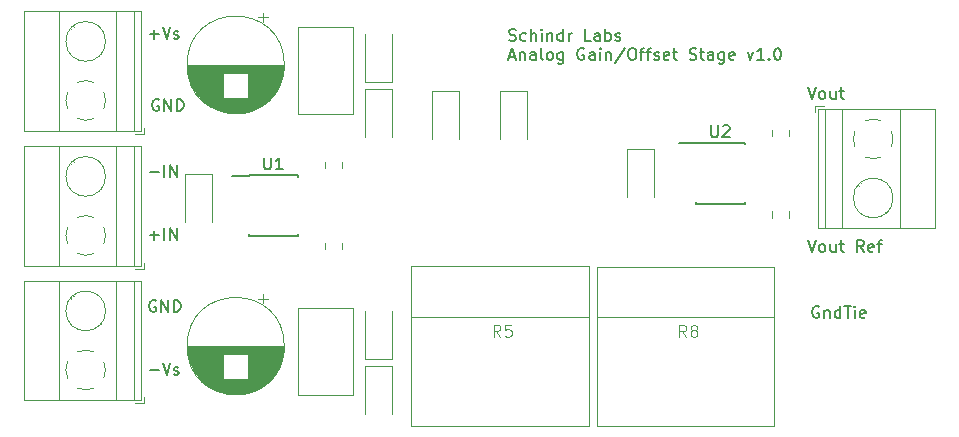
<source format=gbr>
%TF.GenerationSoftware,KiCad,Pcbnew,7.0.7-7.0.7~ubuntu22.04.1*%
%TF.CreationDate,2024-07-19T11:12:27-04:00*%
%TF.ProjectId,adjustable_instamp,61646a75-7374-4616-926c-655f696e7374,rev?*%
%TF.SameCoordinates,Original*%
%TF.FileFunction,Legend,Top*%
%TF.FilePolarity,Positive*%
%FSLAX46Y46*%
G04 Gerber Fmt 4.6, Leading zero omitted, Abs format (unit mm)*
G04 Created by KiCad (PCBNEW 7.0.7-7.0.7~ubuntu22.04.1) date 2024-07-19 11:12:27*
%MOMM*%
%LPD*%
G01*
G04 APERTURE LIST*
%ADD10C,0.150000*%
%ADD11C,0.100000*%
%ADD12C,0.120000*%
G04 APERTURE END LIST*
D10*
X181454588Y-94929438D02*
X181359350Y-94881819D01*
X181359350Y-94881819D02*
X181216493Y-94881819D01*
X181216493Y-94881819D02*
X181073636Y-94929438D01*
X181073636Y-94929438D02*
X180978398Y-95024676D01*
X180978398Y-95024676D02*
X180930779Y-95119914D01*
X180930779Y-95119914D02*
X180883160Y-95310390D01*
X180883160Y-95310390D02*
X180883160Y-95453247D01*
X180883160Y-95453247D02*
X180930779Y-95643723D01*
X180930779Y-95643723D02*
X180978398Y-95738961D01*
X180978398Y-95738961D02*
X181073636Y-95834200D01*
X181073636Y-95834200D02*
X181216493Y-95881819D01*
X181216493Y-95881819D02*
X181311731Y-95881819D01*
X181311731Y-95881819D02*
X181454588Y-95834200D01*
X181454588Y-95834200D02*
X181502207Y-95786580D01*
X181502207Y-95786580D02*
X181502207Y-95453247D01*
X181502207Y-95453247D02*
X181311731Y-95453247D01*
X181930779Y-95215152D02*
X181930779Y-95881819D01*
X181930779Y-95310390D02*
X181978398Y-95262771D01*
X181978398Y-95262771D02*
X182073636Y-95215152D01*
X182073636Y-95215152D02*
X182216493Y-95215152D01*
X182216493Y-95215152D02*
X182311731Y-95262771D01*
X182311731Y-95262771D02*
X182359350Y-95358009D01*
X182359350Y-95358009D02*
X182359350Y-95881819D01*
X183264112Y-95881819D02*
X183264112Y-94881819D01*
X183264112Y-95834200D02*
X183168874Y-95881819D01*
X183168874Y-95881819D02*
X182978398Y-95881819D01*
X182978398Y-95881819D02*
X182883160Y-95834200D01*
X182883160Y-95834200D02*
X182835541Y-95786580D01*
X182835541Y-95786580D02*
X182787922Y-95691342D01*
X182787922Y-95691342D02*
X182787922Y-95405628D01*
X182787922Y-95405628D02*
X182835541Y-95310390D01*
X182835541Y-95310390D02*
X182883160Y-95262771D01*
X182883160Y-95262771D02*
X182978398Y-95215152D01*
X182978398Y-95215152D02*
X183168874Y-95215152D01*
X183168874Y-95215152D02*
X183264112Y-95262771D01*
X183597446Y-94881819D02*
X184168874Y-94881819D01*
X183883160Y-95881819D02*
X183883160Y-94881819D01*
X184502208Y-95881819D02*
X184502208Y-95215152D01*
X184502208Y-94881819D02*
X184454589Y-94929438D01*
X184454589Y-94929438D02*
X184502208Y-94977057D01*
X184502208Y-94977057D02*
X184549827Y-94929438D01*
X184549827Y-94929438D02*
X184502208Y-94881819D01*
X184502208Y-94881819D02*
X184502208Y-94977057D01*
X185359350Y-95834200D02*
X185264112Y-95881819D01*
X185264112Y-95881819D02*
X185073636Y-95881819D01*
X185073636Y-95881819D02*
X184978398Y-95834200D01*
X184978398Y-95834200D02*
X184930779Y-95738961D01*
X184930779Y-95738961D02*
X184930779Y-95358009D01*
X184930779Y-95358009D02*
X184978398Y-95262771D01*
X184978398Y-95262771D02*
X185073636Y-95215152D01*
X185073636Y-95215152D02*
X185264112Y-95215152D01*
X185264112Y-95215152D02*
X185359350Y-95262771D01*
X185359350Y-95262771D02*
X185406969Y-95358009D01*
X185406969Y-95358009D02*
X185406969Y-95453247D01*
X185406969Y-95453247D02*
X184930779Y-95548485D01*
X180533922Y-89293819D02*
X180867255Y-90293819D01*
X180867255Y-90293819D02*
X181200588Y-89293819D01*
X181676779Y-90293819D02*
X181581541Y-90246200D01*
X181581541Y-90246200D02*
X181533922Y-90198580D01*
X181533922Y-90198580D02*
X181486303Y-90103342D01*
X181486303Y-90103342D02*
X181486303Y-89817628D01*
X181486303Y-89817628D02*
X181533922Y-89722390D01*
X181533922Y-89722390D02*
X181581541Y-89674771D01*
X181581541Y-89674771D02*
X181676779Y-89627152D01*
X181676779Y-89627152D02*
X181819636Y-89627152D01*
X181819636Y-89627152D02*
X181914874Y-89674771D01*
X181914874Y-89674771D02*
X181962493Y-89722390D01*
X181962493Y-89722390D02*
X182010112Y-89817628D01*
X182010112Y-89817628D02*
X182010112Y-90103342D01*
X182010112Y-90103342D02*
X181962493Y-90198580D01*
X181962493Y-90198580D02*
X181914874Y-90246200D01*
X181914874Y-90246200D02*
X181819636Y-90293819D01*
X181819636Y-90293819D02*
X181676779Y-90293819D01*
X182867255Y-89627152D02*
X182867255Y-90293819D01*
X182438684Y-89627152D02*
X182438684Y-90150961D01*
X182438684Y-90150961D02*
X182486303Y-90246200D01*
X182486303Y-90246200D02*
X182581541Y-90293819D01*
X182581541Y-90293819D02*
X182724398Y-90293819D01*
X182724398Y-90293819D02*
X182819636Y-90246200D01*
X182819636Y-90246200D02*
X182867255Y-90198580D01*
X183200589Y-89627152D02*
X183581541Y-89627152D01*
X183343446Y-89293819D02*
X183343446Y-90150961D01*
X183343446Y-90150961D02*
X183391065Y-90246200D01*
X183391065Y-90246200D02*
X183486303Y-90293819D01*
X183486303Y-90293819D02*
X183581541Y-90293819D01*
X185248208Y-90293819D02*
X184914875Y-89817628D01*
X184676780Y-90293819D02*
X184676780Y-89293819D01*
X184676780Y-89293819D02*
X185057732Y-89293819D01*
X185057732Y-89293819D02*
X185152970Y-89341438D01*
X185152970Y-89341438D02*
X185200589Y-89389057D01*
X185200589Y-89389057D02*
X185248208Y-89484295D01*
X185248208Y-89484295D02*
X185248208Y-89627152D01*
X185248208Y-89627152D02*
X185200589Y-89722390D01*
X185200589Y-89722390D02*
X185152970Y-89770009D01*
X185152970Y-89770009D02*
X185057732Y-89817628D01*
X185057732Y-89817628D02*
X184676780Y-89817628D01*
X186057732Y-90246200D02*
X185962494Y-90293819D01*
X185962494Y-90293819D02*
X185772018Y-90293819D01*
X185772018Y-90293819D02*
X185676780Y-90246200D01*
X185676780Y-90246200D02*
X185629161Y-90150961D01*
X185629161Y-90150961D02*
X185629161Y-89770009D01*
X185629161Y-89770009D02*
X185676780Y-89674771D01*
X185676780Y-89674771D02*
X185772018Y-89627152D01*
X185772018Y-89627152D02*
X185962494Y-89627152D01*
X185962494Y-89627152D02*
X186057732Y-89674771D01*
X186057732Y-89674771D02*
X186105351Y-89770009D01*
X186105351Y-89770009D02*
X186105351Y-89865247D01*
X186105351Y-89865247D02*
X185629161Y-89960485D01*
X186391066Y-89627152D02*
X186772018Y-89627152D01*
X186533923Y-90293819D02*
X186533923Y-89436676D01*
X186533923Y-89436676D02*
X186581542Y-89341438D01*
X186581542Y-89341438D02*
X186676780Y-89293819D01*
X186676780Y-89293819D02*
X186772018Y-89293819D01*
X180533922Y-76339819D02*
X180867255Y-77339819D01*
X180867255Y-77339819D02*
X181200588Y-76339819D01*
X181676779Y-77339819D02*
X181581541Y-77292200D01*
X181581541Y-77292200D02*
X181533922Y-77244580D01*
X181533922Y-77244580D02*
X181486303Y-77149342D01*
X181486303Y-77149342D02*
X181486303Y-76863628D01*
X181486303Y-76863628D02*
X181533922Y-76768390D01*
X181533922Y-76768390D02*
X181581541Y-76720771D01*
X181581541Y-76720771D02*
X181676779Y-76673152D01*
X181676779Y-76673152D02*
X181819636Y-76673152D01*
X181819636Y-76673152D02*
X181914874Y-76720771D01*
X181914874Y-76720771D02*
X181962493Y-76768390D01*
X181962493Y-76768390D02*
X182010112Y-76863628D01*
X182010112Y-76863628D02*
X182010112Y-77149342D01*
X182010112Y-77149342D02*
X181962493Y-77244580D01*
X181962493Y-77244580D02*
X181914874Y-77292200D01*
X181914874Y-77292200D02*
X181819636Y-77339819D01*
X181819636Y-77339819D02*
X181676779Y-77339819D01*
X182867255Y-76673152D02*
X182867255Y-77339819D01*
X182438684Y-76673152D02*
X182438684Y-77196961D01*
X182438684Y-77196961D02*
X182486303Y-77292200D01*
X182486303Y-77292200D02*
X182581541Y-77339819D01*
X182581541Y-77339819D02*
X182724398Y-77339819D01*
X182724398Y-77339819D02*
X182819636Y-77292200D01*
X182819636Y-77292200D02*
X182867255Y-77244580D01*
X183200589Y-76673152D02*
X183581541Y-76673152D01*
X183343446Y-76339819D02*
X183343446Y-77196961D01*
X183343446Y-77196961D02*
X183391065Y-77292200D01*
X183391065Y-77292200D02*
X183486303Y-77339819D01*
X183486303Y-77339819D02*
X183581541Y-77339819D01*
X155229160Y-72380200D02*
X155372017Y-72427819D01*
X155372017Y-72427819D02*
X155610112Y-72427819D01*
X155610112Y-72427819D02*
X155705350Y-72380200D01*
X155705350Y-72380200D02*
X155752969Y-72332580D01*
X155752969Y-72332580D02*
X155800588Y-72237342D01*
X155800588Y-72237342D02*
X155800588Y-72142104D01*
X155800588Y-72142104D02*
X155752969Y-72046866D01*
X155752969Y-72046866D02*
X155705350Y-71999247D01*
X155705350Y-71999247D02*
X155610112Y-71951628D01*
X155610112Y-71951628D02*
X155419636Y-71904009D01*
X155419636Y-71904009D02*
X155324398Y-71856390D01*
X155324398Y-71856390D02*
X155276779Y-71808771D01*
X155276779Y-71808771D02*
X155229160Y-71713533D01*
X155229160Y-71713533D02*
X155229160Y-71618295D01*
X155229160Y-71618295D02*
X155276779Y-71523057D01*
X155276779Y-71523057D02*
X155324398Y-71475438D01*
X155324398Y-71475438D02*
X155419636Y-71427819D01*
X155419636Y-71427819D02*
X155657731Y-71427819D01*
X155657731Y-71427819D02*
X155800588Y-71475438D01*
X156657731Y-72380200D02*
X156562493Y-72427819D01*
X156562493Y-72427819D02*
X156372017Y-72427819D01*
X156372017Y-72427819D02*
X156276779Y-72380200D01*
X156276779Y-72380200D02*
X156229160Y-72332580D01*
X156229160Y-72332580D02*
X156181541Y-72237342D01*
X156181541Y-72237342D02*
X156181541Y-71951628D01*
X156181541Y-71951628D02*
X156229160Y-71856390D01*
X156229160Y-71856390D02*
X156276779Y-71808771D01*
X156276779Y-71808771D02*
X156372017Y-71761152D01*
X156372017Y-71761152D02*
X156562493Y-71761152D01*
X156562493Y-71761152D02*
X156657731Y-71808771D01*
X157086303Y-72427819D02*
X157086303Y-71427819D01*
X157514874Y-72427819D02*
X157514874Y-71904009D01*
X157514874Y-71904009D02*
X157467255Y-71808771D01*
X157467255Y-71808771D02*
X157372017Y-71761152D01*
X157372017Y-71761152D02*
X157229160Y-71761152D01*
X157229160Y-71761152D02*
X157133922Y-71808771D01*
X157133922Y-71808771D02*
X157086303Y-71856390D01*
X157991065Y-72427819D02*
X157991065Y-71761152D01*
X157991065Y-71427819D02*
X157943446Y-71475438D01*
X157943446Y-71475438D02*
X157991065Y-71523057D01*
X157991065Y-71523057D02*
X158038684Y-71475438D01*
X158038684Y-71475438D02*
X157991065Y-71427819D01*
X157991065Y-71427819D02*
X157991065Y-71523057D01*
X158467255Y-71761152D02*
X158467255Y-72427819D01*
X158467255Y-71856390D02*
X158514874Y-71808771D01*
X158514874Y-71808771D02*
X158610112Y-71761152D01*
X158610112Y-71761152D02*
X158752969Y-71761152D01*
X158752969Y-71761152D02*
X158848207Y-71808771D01*
X158848207Y-71808771D02*
X158895826Y-71904009D01*
X158895826Y-71904009D02*
X158895826Y-72427819D01*
X159800588Y-72427819D02*
X159800588Y-71427819D01*
X159800588Y-72380200D02*
X159705350Y-72427819D01*
X159705350Y-72427819D02*
X159514874Y-72427819D01*
X159514874Y-72427819D02*
X159419636Y-72380200D01*
X159419636Y-72380200D02*
X159372017Y-72332580D01*
X159372017Y-72332580D02*
X159324398Y-72237342D01*
X159324398Y-72237342D02*
X159324398Y-71951628D01*
X159324398Y-71951628D02*
X159372017Y-71856390D01*
X159372017Y-71856390D02*
X159419636Y-71808771D01*
X159419636Y-71808771D02*
X159514874Y-71761152D01*
X159514874Y-71761152D02*
X159705350Y-71761152D01*
X159705350Y-71761152D02*
X159800588Y-71808771D01*
X160276779Y-72427819D02*
X160276779Y-71761152D01*
X160276779Y-71951628D02*
X160324398Y-71856390D01*
X160324398Y-71856390D02*
X160372017Y-71808771D01*
X160372017Y-71808771D02*
X160467255Y-71761152D01*
X160467255Y-71761152D02*
X160562493Y-71761152D01*
X162133922Y-72427819D02*
X161657732Y-72427819D01*
X161657732Y-72427819D02*
X161657732Y-71427819D01*
X162895827Y-72427819D02*
X162895827Y-71904009D01*
X162895827Y-71904009D02*
X162848208Y-71808771D01*
X162848208Y-71808771D02*
X162752970Y-71761152D01*
X162752970Y-71761152D02*
X162562494Y-71761152D01*
X162562494Y-71761152D02*
X162467256Y-71808771D01*
X162895827Y-72380200D02*
X162800589Y-72427819D01*
X162800589Y-72427819D02*
X162562494Y-72427819D01*
X162562494Y-72427819D02*
X162467256Y-72380200D01*
X162467256Y-72380200D02*
X162419637Y-72284961D01*
X162419637Y-72284961D02*
X162419637Y-72189723D01*
X162419637Y-72189723D02*
X162467256Y-72094485D01*
X162467256Y-72094485D02*
X162562494Y-72046866D01*
X162562494Y-72046866D02*
X162800589Y-72046866D01*
X162800589Y-72046866D02*
X162895827Y-71999247D01*
X163372018Y-72427819D02*
X163372018Y-71427819D01*
X163372018Y-71808771D02*
X163467256Y-71761152D01*
X163467256Y-71761152D02*
X163657732Y-71761152D01*
X163657732Y-71761152D02*
X163752970Y-71808771D01*
X163752970Y-71808771D02*
X163800589Y-71856390D01*
X163800589Y-71856390D02*
X163848208Y-71951628D01*
X163848208Y-71951628D02*
X163848208Y-72237342D01*
X163848208Y-72237342D02*
X163800589Y-72332580D01*
X163800589Y-72332580D02*
X163752970Y-72380200D01*
X163752970Y-72380200D02*
X163657732Y-72427819D01*
X163657732Y-72427819D02*
X163467256Y-72427819D01*
X163467256Y-72427819D02*
X163372018Y-72380200D01*
X164229161Y-72380200D02*
X164324399Y-72427819D01*
X164324399Y-72427819D02*
X164514875Y-72427819D01*
X164514875Y-72427819D02*
X164610113Y-72380200D01*
X164610113Y-72380200D02*
X164657732Y-72284961D01*
X164657732Y-72284961D02*
X164657732Y-72237342D01*
X164657732Y-72237342D02*
X164610113Y-72142104D01*
X164610113Y-72142104D02*
X164514875Y-72094485D01*
X164514875Y-72094485D02*
X164372018Y-72094485D01*
X164372018Y-72094485D02*
X164276780Y-72046866D01*
X164276780Y-72046866D02*
X164229161Y-71951628D01*
X164229161Y-71951628D02*
X164229161Y-71904009D01*
X164229161Y-71904009D02*
X164276780Y-71808771D01*
X164276780Y-71808771D02*
X164372018Y-71761152D01*
X164372018Y-71761152D02*
X164514875Y-71761152D01*
X164514875Y-71761152D02*
X164610113Y-71808771D01*
X155229160Y-73752104D02*
X155705350Y-73752104D01*
X155133922Y-74037819D02*
X155467255Y-73037819D01*
X155467255Y-73037819D02*
X155800588Y-74037819D01*
X156133922Y-73371152D02*
X156133922Y-74037819D01*
X156133922Y-73466390D02*
X156181541Y-73418771D01*
X156181541Y-73418771D02*
X156276779Y-73371152D01*
X156276779Y-73371152D02*
X156419636Y-73371152D01*
X156419636Y-73371152D02*
X156514874Y-73418771D01*
X156514874Y-73418771D02*
X156562493Y-73514009D01*
X156562493Y-73514009D02*
X156562493Y-74037819D01*
X157467255Y-74037819D02*
X157467255Y-73514009D01*
X157467255Y-73514009D02*
X157419636Y-73418771D01*
X157419636Y-73418771D02*
X157324398Y-73371152D01*
X157324398Y-73371152D02*
X157133922Y-73371152D01*
X157133922Y-73371152D02*
X157038684Y-73418771D01*
X157467255Y-73990200D02*
X157372017Y-74037819D01*
X157372017Y-74037819D02*
X157133922Y-74037819D01*
X157133922Y-74037819D02*
X157038684Y-73990200D01*
X157038684Y-73990200D02*
X156991065Y-73894961D01*
X156991065Y-73894961D02*
X156991065Y-73799723D01*
X156991065Y-73799723D02*
X157038684Y-73704485D01*
X157038684Y-73704485D02*
X157133922Y-73656866D01*
X157133922Y-73656866D02*
X157372017Y-73656866D01*
X157372017Y-73656866D02*
X157467255Y-73609247D01*
X158086303Y-74037819D02*
X157991065Y-73990200D01*
X157991065Y-73990200D02*
X157943446Y-73894961D01*
X157943446Y-73894961D02*
X157943446Y-73037819D01*
X158610113Y-74037819D02*
X158514875Y-73990200D01*
X158514875Y-73990200D02*
X158467256Y-73942580D01*
X158467256Y-73942580D02*
X158419637Y-73847342D01*
X158419637Y-73847342D02*
X158419637Y-73561628D01*
X158419637Y-73561628D02*
X158467256Y-73466390D01*
X158467256Y-73466390D02*
X158514875Y-73418771D01*
X158514875Y-73418771D02*
X158610113Y-73371152D01*
X158610113Y-73371152D02*
X158752970Y-73371152D01*
X158752970Y-73371152D02*
X158848208Y-73418771D01*
X158848208Y-73418771D02*
X158895827Y-73466390D01*
X158895827Y-73466390D02*
X158943446Y-73561628D01*
X158943446Y-73561628D02*
X158943446Y-73847342D01*
X158943446Y-73847342D02*
X158895827Y-73942580D01*
X158895827Y-73942580D02*
X158848208Y-73990200D01*
X158848208Y-73990200D02*
X158752970Y-74037819D01*
X158752970Y-74037819D02*
X158610113Y-74037819D01*
X159800589Y-73371152D02*
X159800589Y-74180676D01*
X159800589Y-74180676D02*
X159752970Y-74275914D01*
X159752970Y-74275914D02*
X159705351Y-74323533D01*
X159705351Y-74323533D02*
X159610113Y-74371152D01*
X159610113Y-74371152D02*
X159467256Y-74371152D01*
X159467256Y-74371152D02*
X159372018Y-74323533D01*
X159800589Y-73990200D02*
X159705351Y-74037819D01*
X159705351Y-74037819D02*
X159514875Y-74037819D01*
X159514875Y-74037819D02*
X159419637Y-73990200D01*
X159419637Y-73990200D02*
X159372018Y-73942580D01*
X159372018Y-73942580D02*
X159324399Y-73847342D01*
X159324399Y-73847342D02*
X159324399Y-73561628D01*
X159324399Y-73561628D02*
X159372018Y-73466390D01*
X159372018Y-73466390D02*
X159419637Y-73418771D01*
X159419637Y-73418771D02*
X159514875Y-73371152D01*
X159514875Y-73371152D02*
X159705351Y-73371152D01*
X159705351Y-73371152D02*
X159800589Y-73418771D01*
X161562494Y-73085438D02*
X161467256Y-73037819D01*
X161467256Y-73037819D02*
X161324399Y-73037819D01*
X161324399Y-73037819D02*
X161181542Y-73085438D01*
X161181542Y-73085438D02*
X161086304Y-73180676D01*
X161086304Y-73180676D02*
X161038685Y-73275914D01*
X161038685Y-73275914D02*
X160991066Y-73466390D01*
X160991066Y-73466390D02*
X160991066Y-73609247D01*
X160991066Y-73609247D02*
X161038685Y-73799723D01*
X161038685Y-73799723D02*
X161086304Y-73894961D01*
X161086304Y-73894961D02*
X161181542Y-73990200D01*
X161181542Y-73990200D02*
X161324399Y-74037819D01*
X161324399Y-74037819D02*
X161419637Y-74037819D01*
X161419637Y-74037819D02*
X161562494Y-73990200D01*
X161562494Y-73990200D02*
X161610113Y-73942580D01*
X161610113Y-73942580D02*
X161610113Y-73609247D01*
X161610113Y-73609247D02*
X161419637Y-73609247D01*
X162467256Y-74037819D02*
X162467256Y-73514009D01*
X162467256Y-73514009D02*
X162419637Y-73418771D01*
X162419637Y-73418771D02*
X162324399Y-73371152D01*
X162324399Y-73371152D02*
X162133923Y-73371152D01*
X162133923Y-73371152D02*
X162038685Y-73418771D01*
X162467256Y-73990200D02*
X162372018Y-74037819D01*
X162372018Y-74037819D02*
X162133923Y-74037819D01*
X162133923Y-74037819D02*
X162038685Y-73990200D01*
X162038685Y-73990200D02*
X161991066Y-73894961D01*
X161991066Y-73894961D02*
X161991066Y-73799723D01*
X161991066Y-73799723D02*
X162038685Y-73704485D01*
X162038685Y-73704485D02*
X162133923Y-73656866D01*
X162133923Y-73656866D02*
X162372018Y-73656866D01*
X162372018Y-73656866D02*
X162467256Y-73609247D01*
X162943447Y-74037819D02*
X162943447Y-73371152D01*
X162943447Y-73037819D02*
X162895828Y-73085438D01*
X162895828Y-73085438D02*
X162943447Y-73133057D01*
X162943447Y-73133057D02*
X162991066Y-73085438D01*
X162991066Y-73085438D02*
X162943447Y-73037819D01*
X162943447Y-73037819D02*
X162943447Y-73133057D01*
X163419637Y-73371152D02*
X163419637Y-74037819D01*
X163419637Y-73466390D02*
X163467256Y-73418771D01*
X163467256Y-73418771D02*
X163562494Y-73371152D01*
X163562494Y-73371152D02*
X163705351Y-73371152D01*
X163705351Y-73371152D02*
X163800589Y-73418771D01*
X163800589Y-73418771D02*
X163848208Y-73514009D01*
X163848208Y-73514009D02*
X163848208Y-74037819D01*
X165038684Y-72990200D02*
X164181542Y-74275914D01*
X165562494Y-73037819D02*
X165752970Y-73037819D01*
X165752970Y-73037819D02*
X165848208Y-73085438D01*
X165848208Y-73085438D02*
X165943446Y-73180676D01*
X165943446Y-73180676D02*
X165991065Y-73371152D01*
X165991065Y-73371152D02*
X165991065Y-73704485D01*
X165991065Y-73704485D02*
X165943446Y-73894961D01*
X165943446Y-73894961D02*
X165848208Y-73990200D01*
X165848208Y-73990200D02*
X165752970Y-74037819D01*
X165752970Y-74037819D02*
X165562494Y-74037819D01*
X165562494Y-74037819D02*
X165467256Y-73990200D01*
X165467256Y-73990200D02*
X165372018Y-73894961D01*
X165372018Y-73894961D02*
X165324399Y-73704485D01*
X165324399Y-73704485D02*
X165324399Y-73371152D01*
X165324399Y-73371152D02*
X165372018Y-73180676D01*
X165372018Y-73180676D02*
X165467256Y-73085438D01*
X165467256Y-73085438D02*
X165562494Y-73037819D01*
X166276780Y-73371152D02*
X166657732Y-73371152D01*
X166419637Y-74037819D02*
X166419637Y-73180676D01*
X166419637Y-73180676D02*
X166467256Y-73085438D01*
X166467256Y-73085438D02*
X166562494Y-73037819D01*
X166562494Y-73037819D02*
X166657732Y-73037819D01*
X166848209Y-73371152D02*
X167229161Y-73371152D01*
X166991066Y-74037819D02*
X166991066Y-73180676D01*
X166991066Y-73180676D02*
X167038685Y-73085438D01*
X167038685Y-73085438D02*
X167133923Y-73037819D01*
X167133923Y-73037819D02*
X167229161Y-73037819D01*
X167514876Y-73990200D02*
X167610114Y-74037819D01*
X167610114Y-74037819D02*
X167800590Y-74037819D01*
X167800590Y-74037819D02*
X167895828Y-73990200D01*
X167895828Y-73990200D02*
X167943447Y-73894961D01*
X167943447Y-73894961D02*
X167943447Y-73847342D01*
X167943447Y-73847342D02*
X167895828Y-73752104D01*
X167895828Y-73752104D02*
X167800590Y-73704485D01*
X167800590Y-73704485D02*
X167657733Y-73704485D01*
X167657733Y-73704485D02*
X167562495Y-73656866D01*
X167562495Y-73656866D02*
X167514876Y-73561628D01*
X167514876Y-73561628D02*
X167514876Y-73514009D01*
X167514876Y-73514009D02*
X167562495Y-73418771D01*
X167562495Y-73418771D02*
X167657733Y-73371152D01*
X167657733Y-73371152D02*
X167800590Y-73371152D01*
X167800590Y-73371152D02*
X167895828Y-73418771D01*
X168752971Y-73990200D02*
X168657733Y-74037819D01*
X168657733Y-74037819D02*
X168467257Y-74037819D01*
X168467257Y-74037819D02*
X168372019Y-73990200D01*
X168372019Y-73990200D02*
X168324400Y-73894961D01*
X168324400Y-73894961D02*
X168324400Y-73514009D01*
X168324400Y-73514009D02*
X168372019Y-73418771D01*
X168372019Y-73418771D02*
X168467257Y-73371152D01*
X168467257Y-73371152D02*
X168657733Y-73371152D01*
X168657733Y-73371152D02*
X168752971Y-73418771D01*
X168752971Y-73418771D02*
X168800590Y-73514009D01*
X168800590Y-73514009D02*
X168800590Y-73609247D01*
X168800590Y-73609247D02*
X168324400Y-73704485D01*
X169086305Y-73371152D02*
X169467257Y-73371152D01*
X169229162Y-73037819D02*
X169229162Y-73894961D01*
X169229162Y-73894961D02*
X169276781Y-73990200D01*
X169276781Y-73990200D02*
X169372019Y-74037819D01*
X169372019Y-74037819D02*
X169467257Y-74037819D01*
X170514877Y-73990200D02*
X170657734Y-74037819D01*
X170657734Y-74037819D02*
X170895829Y-74037819D01*
X170895829Y-74037819D02*
X170991067Y-73990200D01*
X170991067Y-73990200D02*
X171038686Y-73942580D01*
X171038686Y-73942580D02*
X171086305Y-73847342D01*
X171086305Y-73847342D02*
X171086305Y-73752104D01*
X171086305Y-73752104D02*
X171038686Y-73656866D01*
X171038686Y-73656866D02*
X170991067Y-73609247D01*
X170991067Y-73609247D02*
X170895829Y-73561628D01*
X170895829Y-73561628D02*
X170705353Y-73514009D01*
X170705353Y-73514009D02*
X170610115Y-73466390D01*
X170610115Y-73466390D02*
X170562496Y-73418771D01*
X170562496Y-73418771D02*
X170514877Y-73323533D01*
X170514877Y-73323533D02*
X170514877Y-73228295D01*
X170514877Y-73228295D02*
X170562496Y-73133057D01*
X170562496Y-73133057D02*
X170610115Y-73085438D01*
X170610115Y-73085438D02*
X170705353Y-73037819D01*
X170705353Y-73037819D02*
X170943448Y-73037819D01*
X170943448Y-73037819D02*
X171086305Y-73085438D01*
X171372020Y-73371152D02*
X171752972Y-73371152D01*
X171514877Y-73037819D02*
X171514877Y-73894961D01*
X171514877Y-73894961D02*
X171562496Y-73990200D01*
X171562496Y-73990200D02*
X171657734Y-74037819D01*
X171657734Y-74037819D02*
X171752972Y-74037819D01*
X172514877Y-74037819D02*
X172514877Y-73514009D01*
X172514877Y-73514009D02*
X172467258Y-73418771D01*
X172467258Y-73418771D02*
X172372020Y-73371152D01*
X172372020Y-73371152D02*
X172181544Y-73371152D01*
X172181544Y-73371152D02*
X172086306Y-73418771D01*
X172514877Y-73990200D02*
X172419639Y-74037819D01*
X172419639Y-74037819D02*
X172181544Y-74037819D01*
X172181544Y-74037819D02*
X172086306Y-73990200D01*
X172086306Y-73990200D02*
X172038687Y-73894961D01*
X172038687Y-73894961D02*
X172038687Y-73799723D01*
X172038687Y-73799723D02*
X172086306Y-73704485D01*
X172086306Y-73704485D02*
X172181544Y-73656866D01*
X172181544Y-73656866D02*
X172419639Y-73656866D01*
X172419639Y-73656866D02*
X172514877Y-73609247D01*
X173419639Y-73371152D02*
X173419639Y-74180676D01*
X173419639Y-74180676D02*
X173372020Y-74275914D01*
X173372020Y-74275914D02*
X173324401Y-74323533D01*
X173324401Y-74323533D02*
X173229163Y-74371152D01*
X173229163Y-74371152D02*
X173086306Y-74371152D01*
X173086306Y-74371152D02*
X172991068Y-74323533D01*
X173419639Y-73990200D02*
X173324401Y-74037819D01*
X173324401Y-74037819D02*
X173133925Y-74037819D01*
X173133925Y-74037819D02*
X173038687Y-73990200D01*
X173038687Y-73990200D02*
X172991068Y-73942580D01*
X172991068Y-73942580D02*
X172943449Y-73847342D01*
X172943449Y-73847342D02*
X172943449Y-73561628D01*
X172943449Y-73561628D02*
X172991068Y-73466390D01*
X172991068Y-73466390D02*
X173038687Y-73418771D01*
X173038687Y-73418771D02*
X173133925Y-73371152D01*
X173133925Y-73371152D02*
X173324401Y-73371152D01*
X173324401Y-73371152D02*
X173419639Y-73418771D01*
X174276782Y-73990200D02*
X174181544Y-74037819D01*
X174181544Y-74037819D02*
X173991068Y-74037819D01*
X173991068Y-74037819D02*
X173895830Y-73990200D01*
X173895830Y-73990200D02*
X173848211Y-73894961D01*
X173848211Y-73894961D02*
X173848211Y-73514009D01*
X173848211Y-73514009D02*
X173895830Y-73418771D01*
X173895830Y-73418771D02*
X173991068Y-73371152D01*
X173991068Y-73371152D02*
X174181544Y-73371152D01*
X174181544Y-73371152D02*
X174276782Y-73418771D01*
X174276782Y-73418771D02*
X174324401Y-73514009D01*
X174324401Y-73514009D02*
X174324401Y-73609247D01*
X174324401Y-73609247D02*
X173848211Y-73704485D01*
X175419640Y-73371152D02*
X175657735Y-74037819D01*
X175657735Y-74037819D02*
X175895830Y-73371152D01*
X176800592Y-74037819D02*
X176229164Y-74037819D01*
X176514878Y-74037819D02*
X176514878Y-73037819D01*
X176514878Y-73037819D02*
X176419640Y-73180676D01*
X176419640Y-73180676D02*
X176324402Y-73275914D01*
X176324402Y-73275914D02*
X176229164Y-73323533D01*
X177229164Y-73942580D02*
X177276783Y-73990200D01*
X177276783Y-73990200D02*
X177229164Y-74037819D01*
X177229164Y-74037819D02*
X177181545Y-73990200D01*
X177181545Y-73990200D02*
X177229164Y-73942580D01*
X177229164Y-73942580D02*
X177229164Y-74037819D01*
X177895830Y-73037819D02*
X177991068Y-73037819D01*
X177991068Y-73037819D02*
X178086306Y-73085438D01*
X178086306Y-73085438D02*
X178133925Y-73133057D01*
X178133925Y-73133057D02*
X178181544Y-73228295D01*
X178181544Y-73228295D02*
X178229163Y-73418771D01*
X178229163Y-73418771D02*
X178229163Y-73656866D01*
X178229163Y-73656866D02*
X178181544Y-73847342D01*
X178181544Y-73847342D02*
X178133925Y-73942580D01*
X178133925Y-73942580D02*
X178086306Y-73990200D01*
X178086306Y-73990200D02*
X177991068Y-74037819D01*
X177991068Y-74037819D02*
X177895830Y-74037819D01*
X177895830Y-74037819D02*
X177800592Y-73990200D01*
X177800592Y-73990200D02*
X177752973Y-73942580D01*
X177752973Y-73942580D02*
X177705354Y-73847342D01*
X177705354Y-73847342D02*
X177657735Y-73656866D01*
X177657735Y-73656866D02*
X177657735Y-73418771D01*
X177657735Y-73418771D02*
X177705354Y-73228295D01*
X177705354Y-73228295D02*
X177752973Y-73133057D01*
X177752973Y-73133057D02*
X177800592Y-73085438D01*
X177800592Y-73085438D02*
X177895830Y-73037819D01*
X124796779Y-100326866D02*
X125558684Y-100326866D01*
X125892017Y-99707819D02*
X126225350Y-100707819D01*
X126225350Y-100707819D02*
X126558683Y-99707819D01*
X126844398Y-100660200D02*
X126939636Y-100707819D01*
X126939636Y-100707819D02*
X127130112Y-100707819D01*
X127130112Y-100707819D02*
X127225350Y-100660200D01*
X127225350Y-100660200D02*
X127272969Y-100564961D01*
X127272969Y-100564961D02*
X127272969Y-100517342D01*
X127272969Y-100517342D02*
X127225350Y-100422104D01*
X127225350Y-100422104D02*
X127130112Y-100374485D01*
X127130112Y-100374485D02*
X126987255Y-100374485D01*
X126987255Y-100374485D02*
X126892017Y-100326866D01*
X126892017Y-100326866D02*
X126844398Y-100231628D01*
X126844398Y-100231628D02*
X126844398Y-100184009D01*
X126844398Y-100184009D02*
X126892017Y-100088771D01*
X126892017Y-100088771D02*
X126987255Y-100041152D01*
X126987255Y-100041152D02*
X127130112Y-100041152D01*
X127130112Y-100041152D02*
X127225350Y-100088771D01*
X125320588Y-94421438D02*
X125225350Y-94373819D01*
X125225350Y-94373819D02*
X125082493Y-94373819D01*
X125082493Y-94373819D02*
X124939636Y-94421438D01*
X124939636Y-94421438D02*
X124844398Y-94516676D01*
X124844398Y-94516676D02*
X124796779Y-94611914D01*
X124796779Y-94611914D02*
X124749160Y-94802390D01*
X124749160Y-94802390D02*
X124749160Y-94945247D01*
X124749160Y-94945247D02*
X124796779Y-95135723D01*
X124796779Y-95135723D02*
X124844398Y-95230961D01*
X124844398Y-95230961D02*
X124939636Y-95326200D01*
X124939636Y-95326200D02*
X125082493Y-95373819D01*
X125082493Y-95373819D02*
X125177731Y-95373819D01*
X125177731Y-95373819D02*
X125320588Y-95326200D01*
X125320588Y-95326200D02*
X125368207Y-95278580D01*
X125368207Y-95278580D02*
X125368207Y-94945247D01*
X125368207Y-94945247D02*
X125177731Y-94945247D01*
X125796779Y-95373819D02*
X125796779Y-94373819D01*
X125796779Y-94373819D02*
X126368207Y-95373819D01*
X126368207Y-95373819D02*
X126368207Y-94373819D01*
X126844398Y-95373819D02*
X126844398Y-94373819D01*
X126844398Y-94373819D02*
X127082493Y-94373819D01*
X127082493Y-94373819D02*
X127225350Y-94421438D01*
X127225350Y-94421438D02*
X127320588Y-94516676D01*
X127320588Y-94516676D02*
X127368207Y-94611914D01*
X127368207Y-94611914D02*
X127415826Y-94802390D01*
X127415826Y-94802390D02*
X127415826Y-94945247D01*
X127415826Y-94945247D02*
X127368207Y-95135723D01*
X127368207Y-95135723D02*
X127320588Y-95230961D01*
X127320588Y-95230961D02*
X127225350Y-95326200D01*
X127225350Y-95326200D02*
X127082493Y-95373819D01*
X127082493Y-95373819D02*
X126844398Y-95373819D01*
X124796779Y-88896866D02*
X125558684Y-88896866D01*
X125177731Y-89277819D02*
X125177731Y-88515914D01*
X126034874Y-89277819D02*
X126034874Y-88277819D01*
X126511064Y-89277819D02*
X126511064Y-88277819D01*
X126511064Y-88277819D02*
X127082492Y-89277819D01*
X127082492Y-89277819D02*
X127082492Y-88277819D01*
X124796779Y-83562866D02*
X125558684Y-83562866D01*
X126034874Y-83943819D02*
X126034874Y-82943819D01*
X126511064Y-83943819D02*
X126511064Y-82943819D01*
X126511064Y-82943819D02*
X127082492Y-83943819D01*
X127082492Y-83943819D02*
X127082492Y-82943819D01*
X125574588Y-77403438D02*
X125479350Y-77355819D01*
X125479350Y-77355819D02*
X125336493Y-77355819D01*
X125336493Y-77355819D02*
X125193636Y-77403438D01*
X125193636Y-77403438D02*
X125098398Y-77498676D01*
X125098398Y-77498676D02*
X125050779Y-77593914D01*
X125050779Y-77593914D02*
X125003160Y-77784390D01*
X125003160Y-77784390D02*
X125003160Y-77927247D01*
X125003160Y-77927247D02*
X125050779Y-78117723D01*
X125050779Y-78117723D02*
X125098398Y-78212961D01*
X125098398Y-78212961D02*
X125193636Y-78308200D01*
X125193636Y-78308200D02*
X125336493Y-78355819D01*
X125336493Y-78355819D02*
X125431731Y-78355819D01*
X125431731Y-78355819D02*
X125574588Y-78308200D01*
X125574588Y-78308200D02*
X125622207Y-78260580D01*
X125622207Y-78260580D02*
X125622207Y-77927247D01*
X125622207Y-77927247D02*
X125431731Y-77927247D01*
X126050779Y-78355819D02*
X126050779Y-77355819D01*
X126050779Y-77355819D02*
X126622207Y-78355819D01*
X126622207Y-78355819D02*
X126622207Y-77355819D01*
X127098398Y-78355819D02*
X127098398Y-77355819D01*
X127098398Y-77355819D02*
X127336493Y-77355819D01*
X127336493Y-77355819D02*
X127479350Y-77403438D01*
X127479350Y-77403438D02*
X127574588Y-77498676D01*
X127574588Y-77498676D02*
X127622207Y-77593914D01*
X127622207Y-77593914D02*
X127669826Y-77784390D01*
X127669826Y-77784390D02*
X127669826Y-77927247D01*
X127669826Y-77927247D02*
X127622207Y-78117723D01*
X127622207Y-78117723D02*
X127574588Y-78212961D01*
X127574588Y-78212961D02*
X127479350Y-78308200D01*
X127479350Y-78308200D02*
X127336493Y-78355819D01*
X127336493Y-78355819D02*
X127098398Y-78355819D01*
X124796779Y-71878866D02*
X125558684Y-71878866D01*
X125177731Y-72259819D02*
X125177731Y-71497914D01*
X125892017Y-71259819D02*
X126225350Y-72259819D01*
X126225350Y-72259819D02*
X126558683Y-71259819D01*
X126844398Y-72212200D02*
X126939636Y-72259819D01*
X126939636Y-72259819D02*
X127130112Y-72259819D01*
X127130112Y-72259819D02*
X127225350Y-72212200D01*
X127225350Y-72212200D02*
X127272969Y-72116961D01*
X127272969Y-72116961D02*
X127272969Y-72069342D01*
X127272969Y-72069342D02*
X127225350Y-71974104D01*
X127225350Y-71974104D02*
X127130112Y-71926485D01*
X127130112Y-71926485D02*
X126987255Y-71926485D01*
X126987255Y-71926485D02*
X126892017Y-71878866D01*
X126892017Y-71878866D02*
X126844398Y-71783628D01*
X126844398Y-71783628D02*
X126844398Y-71736009D01*
X126844398Y-71736009D02*
X126892017Y-71640771D01*
X126892017Y-71640771D02*
X126987255Y-71593152D01*
X126987255Y-71593152D02*
X127130112Y-71593152D01*
X127130112Y-71593152D02*
X127225350Y-71640771D01*
X172333095Y-79574819D02*
X172333095Y-80384342D01*
X172333095Y-80384342D02*
X172380714Y-80479580D01*
X172380714Y-80479580D02*
X172428333Y-80527200D01*
X172428333Y-80527200D02*
X172523571Y-80574819D01*
X172523571Y-80574819D02*
X172714047Y-80574819D01*
X172714047Y-80574819D02*
X172809285Y-80527200D01*
X172809285Y-80527200D02*
X172856904Y-80479580D01*
X172856904Y-80479580D02*
X172904523Y-80384342D01*
X172904523Y-80384342D02*
X172904523Y-79574819D01*
X173333095Y-79670057D02*
X173380714Y-79622438D01*
X173380714Y-79622438D02*
X173475952Y-79574819D01*
X173475952Y-79574819D02*
X173714047Y-79574819D01*
X173714047Y-79574819D02*
X173809285Y-79622438D01*
X173809285Y-79622438D02*
X173856904Y-79670057D01*
X173856904Y-79670057D02*
X173904523Y-79765295D01*
X173904523Y-79765295D02*
X173904523Y-79860533D01*
X173904523Y-79860533D02*
X173856904Y-80003390D01*
X173856904Y-80003390D02*
X173285476Y-80574819D01*
X173285476Y-80574819D02*
X173904523Y-80574819D01*
X134493095Y-82314819D02*
X134493095Y-83124342D01*
X134493095Y-83124342D02*
X134540714Y-83219580D01*
X134540714Y-83219580D02*
X134588333Y-83267200D01*
X134588333Y-83267200D02*
X134683571Y-83314819D01*
X134683571Y-83314819D02*
X134874047Y-83314819D01*
X134874047Y-83314819D02*
X134969285Y-83267200D01*
X134969285Y-83267200D02*
X135016904Y-83219580D01*
X135016904Y-83219580D02*
X135064523Y-83124342D01*
X135064523Y-83124342D02*
X135064523Y-82314819D01*
X136064523Y-83314819D02*
X135493095Y-83314819D01*
X135778809Y-83314819D02*
X135778809Y-82314819D01*
X135778809Y-82314819D02*
X135683571Y-82457676D01*
X135683571Y-82457676D02*
X135588333Y-82552914D01*
X135588333Y-82552914D02*
X135493095Y-82600533D01*
D11*
X170213333Y-97490419D02*
X169880000Y-97014228D01*
X169641905Y-97490419D02*
X169641905Y-96490419D01*
X169641905Y-96490419D02*
X170022857Y-96490419D01*
X170022857Y-96490419D02*
X170118095Y-96538038D01*
X170118095Y-96538038D02*
X170165714Y-96585657D01*
X170165714Y-96585657D02*
X170213333Y-96680895D01*
X170213333Y-96680895D02*
X170213333Y-96823752D01*
X170213333Y-96823752D02*
X170165714Y-96918990D01*
X170165714Y-96918990D02*
X170118095Y-96966609D01*
X170118095Y-96966609D02*
X170022857Y-97014228D01*
X170022857Y-97014228D02*
X169641905Y-97014228D01*
X170784762Y-96918990D02*
X170689524Y-96871371D01*
X170689524Y-96871371D02*
X170641905Y-96823752D01*
X170641905Y-96823752D02*
X170594286Y-96728514D01*
X170594286Y-96728514D02*
X170594286Y-96680895D01*
X170594286Y-96680895D02*
X170641905Y-96585657D01*
X170641905Y-96585657D02*
X170689524Y-96538038D01*
X170689524Y-96538038D02*
X170784762Y-96490419D01*
X170784762Y-96490419D02*
X170975238Y-96490419D01*
X170975238Y-96490419D02*
X171070476Y-96538038D01*
X171070476Y-96538038D02*
X171118095Y-96585657D01*
X171118095Y-96585657D02*
X171165714Y-96680895D01*
X171165714Y-96680895D02*
X171165714Y-96728514D01*
X171165714Y-96728514D02*
X171118095Y-96823752D01*
X171118095Y-96823752D02*
X171070476Y-96871371D01*
X171070476Y-96871371D02*
X170975238Y-96918990D01*
X170975238Y-96918990D02*
X170784762Y-96918990D01*
X170784762Y-96918990D02*
X170689524Y-96966609D01*
X170689524Y-96966609D02*
X170641905Y-97014228D01*
X170641905Y-97014228D02*
X170594286Y-97109466D01*
X170594286Y-97109466D02*
X170594286Y-97299942D01*
X170594286Y-97299942D02*
X170641905Y-97395180D01*
X170641905Y-97395180D02*
X170689524Y-97442800D01*
X170689524Y-97442800D02*
X170784762Y-97490419D01*
X170784762Y-97490419D02*
X170975238Y-97490419D01*
X170975238Y-97490419D02*
X171070476Y-97442800D01*
X171070476Y-97442800D02*
X171118095Y-97395180D01*
X171118095Y-97395180D02*
X171165714Y-97299942D01*
X171165714Y-97299942D02*
X171165714Y-97109466D01*
X171165714Y-97109466D02*
X171118095Y-97014228D01*
X171118095Y-97014228D02*
X171070476Y-96966609D01*
X171070476Y-96966609D02*
X170975238Y-96918990D01*
X154488333Y-97470419D02*
X154155000Y-96994228D01*
X153916905Y-97470419D02*
X153916905Y-96470419D01*
X153916905Y-96470419D02*
X154297857Y-96470419D01*
X154297857Y-96470419D02*
X154393095Y-96518038D01*
X154393095Y-96518038D02*
X154440714Y-96565657D01*
X154440714Y-96565657D02*
X154488333Y-96660895D01*
X154488333Y-96660895D02*
X154488333Y-96803752D01*
X154488333Y-96803752D02*
X154440714Y-96898990D01*
X154440714Y-96898990D02*
X154393095Y-96946609D01*
X154393095Y-96946609D02*
X154297857Y-96994228D01*
X154297857Y-96994228D02*
X153916905Y-96994228D01*
X155393095Y-96470419D02*
X154916905Y-96470419D01*
X154916905Y-96470419D02*
X154869286Y-96946609D01*
X154869286Y-96946609D02*
X154916905Y-96898990D01*
X154916905Y-96898990D02*
X155012143Y-96851371D01*
X155012143Y-96851371D02*
X155250238Y-96851371D01*
X155250238Y-96851371D02*
X155345476Y-96898990D01*
X155345476Y-96898990D02*
X155393095Y-96946609D01*
X155393095Y-96946609D02*
X155440714Y-97041847D01*
X155440714Y-97041847D02*
X155440714Y-97279942D01*
X155440714Y-97279942D02*
X155393095Y-97375180D01*
X155393095Y-97375180D02*
X155345476Y-97422800D01*
X155345476Y-97422800D02*
X155250238Y-97470419D01*
X155250238Y-97470419D02*
X155012143Y-97470419D01*
X155012143Y-97470419D02*
X154916905Y-97422800D01*
X154916905Y-97422800D02*
X154869286Y-97375180D01*
D10*
%TO.C,U2*%
X171020000Y-81045000D02*
X171020000Y-81095000D01*
X175170000Y-81045000D02*
X175170000Y-81190000D01*
X175170000Y-86195000D02*
X175170000Y-86050000D01*
X171020000Y-86195000D02*
X171020000Y-86050000D01*
X171020000Y-81045000D02*
X175170000Y-81045000D01*
X171020000Y-86195000D02*
X175170000Y-86195000D01*
X171020000Y-81095000D02*
X169620000Y-81095000D01*
%TO.C,U1*%
X133180000Y-83835000D02*
X131780000Y-83835000D01*
X133180000Y-88935000D02*
X137330000Y-88935000D01*
X133180000Y-83785000D02*
X137330000Y-83785000D01*
X133180000Y-88935000D02*
X133180000Y-88790000D01*
X137330000Y-88935000D02*
X137330000Y-88790000D01*
X137330000Y-83785000D02*
X137330000Y-83930000D01*
X133180000Y-83785000D02*
X133180000Y-83835000D01*
D11*
%TO.C,R8*%
X162680000Y-91533000D02*
X162680000Y-95783000D01*
X170180000Y-91533000D02*
X162680000Y-91533000D01*
X170180000Y-91533000D02*
X177680000Y-91533000D01*
X177680000Y-91533000D02*
X177680000Y-95783000D01*
X162680000Y-95783000D02*
X177680000Y-95783000D01*
X177680000Y-95783000D02*
X177680000Y-105033000D01*
X177680000Y-105033000D02*
X162680000Y-105033000D01*
X162680000Y-105033000D02*
X162680000Y-95783000D01*
D12*
%TO.C,R7*%
X156710000Y-80757500D02*
X156710000Y-76697500D01*
X156710000Y-76697500D02*
X154440000Y-76697500D01*
X154440000Y-76697500D02*
X154440000Y-80757500D01*
%TO.C,R6*%
X148725000Y-76697500D02*
X148725000Y-80757500D01*
X150995000Y-76697500D02*
X148725000Y-76697500D01*
X150995000Y-80757500D02*
X150995000Y-76697500D01*
D11*
%TO.C,R5*%
X146955000Y-91513000D02*
X146955000Y-95763000D01*
X154455000Y-91513000D02*
X146955000Y-91513000D01*
X154455000Y-91513000D02*
X161955000Y-91513000D01*
X161955000Y-91513000D02*
X161955000Y-95763000D01*
X146955000Y-95763000D02*
X161955000Y-95763000D01*
X161955000Y-95763000D02*
X161955000Y-105013000D01*
X161955000Y-105013000D02*
X146955000Y-105013000D01*
X146955000Y-105013000D02*
X146955000Y-95763000D01*
D12*
%TO.C,R4*%
X165235000Y-81577500D02*
X165235000Y-85637500D01*
X167505000Y-81577500D02*
X165235000Y-81577500D01*
X167505000Y-85637500D02*
X167505000Y-81577500D01*
%TO.C,R3*%
X130040000Y-87742500D02*
X130040000Y-83682500D01*
X130040000Y-83682500D02*
X127770000Y-83682500D01*
X127770000Y-83682500D02*
X127770000Y-87742500D01*
%TO.C,R2*%
X145280000Y-104052500D02*
X145280000Y-99992500D01*
X145280000Y-99992500D02*
X143010000Y-99992500D01*
X143010000Y-99992500D02*
X143010000Y-104052500D01*
%TO.C,R1*%
X145280000Y-80557500D02*
X145280000Y-76497500D01*
X145280000Y-76497500D02*
X143010000Y-76497500D01*
X143010000Y-76497500D02*
X143010000Y-80557500D01*
%TO.C,J4*%
X181155000Y-77925000D02*
X181155000Y-78425000D01*
X181895000Y-77925000D02*
X181155000Y-77925000D01*
X185032000Y-84498000D02*
X184986000Y-84451000D01*
X187330000Y-86795000D02*
X187294000Y-86760000D01*
X184816000Y-84691000D02*
X184781000Y-84656000D01*
X187124000Y-87000000D02*
X187078000Y-86953000D01*
X191316000Y-88285000D02*
X181395000Y-88285000D01*
X191316000Y-78165000D02*
X181395000Y-78165000D01*
X181395000Y-78165000D02*
X181395000Y-88285000D01*
X191316000Y-78165000D02*
X191316000Y-88285000D01*
X188356000Y-78165000D02*
X188356000Y-88285000D01*
X183455000Y-78165000D02*
X183455000Y-88285000D01*
X181955000Y-78165000D02*
X181955000Y-88285000D01*
X187735000Y-85725000D02*
G75*
G03*
X187735000Y-85725000I-1680000J0D01*
G01*
X184375001Y-80725000D02*
G75*
G03*
X184520245Y-81408318I1679999J0D01*
G01*
X185371000Y-82260000D02*
G75*
G03*
X186738042Y-82260426I684000J1535000D01*
G01*
X187590000Y-81409000D02*
G75*
G03*
X187590426Y-80041958I-1535000J684000D01*
G01*
X186739000Y-79190000D02*
G75*
G03*
X185371958Y-79189574I-684000J-1535000D01*
G01*
X184520001Y-80041000D02*
G75*
G03*
X184374748Y-80753805I1534999J-684000D01*
G01*
%TO.C,J3*%
X124280000Y-103090000D02*
X124280000Y-102590000D01*
X123540000Y-103090000D02*
X124280000Y-103090000D01*
X120403000Y-96517000D02*
X120449000Y-96564000D01*
X118105000Y-94220000D02*
X118141000Y-94255000D01*
X120619000Y-96324000D02*
X120654000Y-96359000D01*
X118311000Y-94015000D02*
X118357000Y-94062000D01*
X114119000Y-92730000D02*
X124040000Y-92730000D01*
X114119000Y-102850000D02*
X124040000Y-102850000D01*
X124040000Y-102850000D02*
X124040000Y-92730000D01*
X114119000Y-102850000D02*
X114119000Y-92730000D01*
X117079000Y-102850000D02*
X117079000Y-92730000D01*
X121980000Y-102850000D02*
X121980000Y-92730000D01*
X123480000Y-102850000D02*
X123480000Y-92730000D01*
X121060000Y-95290000D02*
G75*
G03*
X121060000Y-95290000I-1680000J0D01*
G01*
X121059999Y-100290000D02*
G75*
G03*
X120914755Y-99606682I-1679999J0D01*
G01*
X120064000Y-98755000D02*
G75*
G03*
X118696958Y-98754574I-684000J-1535000D01*
G01*
X117845000Y-99606000D02*
G75*
G03*
X117844574Y-100973042I1535000J-684000D01*
G01*
X118696000Y-101825000D02*
G75*
G03*
X120063042Y-101825426I684000J1535000D01*
G01*
X120914999Y-100974000D02*
G75*
G03*
X121060252Y-100261195I-1534999J684000D01*
G01*
%TO.C,J2*%
X124280000Y-91700000D02*
X124280000Y-91200000D01*
X123540000Y-91700000D02*
X124280000Y-91700000D01*
X120403000Y-85127000D02*
X120449000Y-85174000D01*
X118105000Y-82830000D02*
X118141000Y-82865000D01*
X120619000Y-84934000D02*
X120654000Y-84969000D01*
X118311000Y-82625000D02*
X118357000Y-82672000D01*
X114119000Y-81340000D02*
X124040000Y-81340000D01*
X114119000Y-91460000D02*
X124040000Y-91460000D01*
X124040000Y-91460000D02*
X124040000Y-81340000D01*
X114119000Y-91460000D02*
X114119000Y-81340000D01*
X117079000Y-91460000D02*
X117079000Y-81340000D01*
X121980000Y-91460000D02*
X121980000Y-81340000D01*
X123480000Y-91460000D02*
X123480000Y-81340000D01*
X121060000Y-83900000D02*
G75*
G03*
X121060000Y-83900000I-1680000J0D01*
G01*
X121059999Y-88900000D02*
G75*
G03*
X120914755Y-88216682I-1679999J0D01*
G01*
X120064000Y-87365000D02*
G75*
G03*
X118696958Y-87364574I-684000J-1535000D01*
G01*
X117845000Y-88216000D02*
G75*
G03*
X117844574Y-89583042I1535000J-684000D01*
G01*
X118696000Y-90435000D02*
G75*
G03*
X120063042Y-90435426I684000J1535000D01*
G01*
X120914999Y-89584000D02*
G75*
G03*
X121060252Y-88871195I-1534999J684000D01*
G01*
%TO.C,J1*%
X124280000Y-80270000D02*
X124280000Y-79770000D01*
X123540000Y-80270000D02*
X124280000Y-80270000D01*
X120403000Y-73697000D02*
X120449000Y-73744000D01*
X118105000Y-71400000D02*
X118141000Y-71435000D01*
X120619000Y-73504000D02*
X120654000Y-73539000D01*
X118311000Y-71195000D02*
X118357000Y-71242000D01*
X114119000Y-69910000D02*
X124040000Y-69910000D01*
X114119000Y-80030000D02*
X124040000Y-80030000D01*
X124040000Y-80030000D02*
X124040000Y-69910000D01*
X114119000Y-80030000D02*
X114119000Y-69910000D01*
X117079000Y-80030000D02*
X117079000Y-69910000D01*
X121980000Y-80030000D02*
X121980000Y-69910000D01*
X123480000Y-80030000D02*
X123480000Y-69910000D01*
X121060000Y-72470000D02*
G75*
G03*
X121060000Y-72470000I-1680000J0D01*
G01*
X121059999Y-77470000D02*
G75*
G03*
X120914755Y-76786682I-1679999J0D01*
G01*
X120064000Y-75935000D02*
G75*
G03*
X118696958Y-75934574I-684000J-1535000D01*
G01*
X117845000Y-76786000D02*
G75*
G03*
X117844574Y-78153042I1535000J-684000D01*
G01*
X118696000Y-79005000D02*
G75*
G03*
X120063042Y-79005426I684000J1535000D01*
G01*
X120914999Y-78154000D02*
G75*
G03*
X121060252Y-77441195I-1534999J684000D01*
G01*
%TO.C,D2*%
X143010000Y-95337500D02*
X143010000Y-99397500D01*
X143010000Y-99397500D02*
X145280000Y-99397500D01*
X145280000Y-99397500D02*
X145280000Y-95337500D01*
%TO.C,D1*%
X143010000Y-71842500D02*
X143010000Y-75902500D01*
X143010000Y-75902500D02*
X145280000Y-75902500D01*
X145280000Y-75902500D02*
X145280000Y-71842500D01*
%TO.C,C8*%
X178891000Y-79993748D02*
X178891000Y-80516252D01*
X177471000Y-79993748D02*
X177471000Y-80516252D01*
%TO.C,C7*%
X178891000Y-86869748D02*
X178891000Y-87392252D01*
X177471000Y-86869748D02*
X177471000Y-87392252D01*
%TO.C,C6*%
X141045000Y-89518748D02*
X141045000Y-90041252D01*
X139625000Y-89518748D02*
X139625000Y-90041252D01*
%TO.C,C5*%
X141045000Y-82678748D02*
X141045000Y-83201252D01*
X139625000Y-82678748D02*
X139625000Y-83201252D01*
%TO.C,C4*%
X142010000Y-95050000D02*
X142010000Y-102370000D01*
X137390000Y-95050000D02*
X137390000Y-102370000D01*
X142010000Y-95050000D02*
X137390000Y-95050000D01*
X142010000Y-102370000D02*
X137390000Y-102370000D01*
%TO.C,C3*%
X142010000Y-78590000D02*
X137390000Y-78590000D01*
X142010000Y-71270000D02*
X137390000Y-71270000D01*
X137390000Y-71270000D02*
X137390000Y-78590000D01*
X142010000Y-71270000D02*
X142010000Y-78590000D01*
%TO.C,C2*%
X135025000Y-101111000D02*
X129135000Y-101111000D01*
X136122000Y-98830000D02*
X128038000Y-98830000D01*
X131040000Y-99111000D02*
X128086000Y-99111000D01*
X136156000Y-98470000D02*
X128004000Y-98470000D01*
X136141000Y-98670000D02*
X128019000Y-98670000D01*
X131040000Y-99551000D02*
X128203000Y-99551000D01*
X134367000Y-101671000D02*
X129793000Y-101671000D01*
X135930000Y-99631000D02*
X133120000Y-99631000D01*
X136027000Y-99311000D02*
X133120000Y-99311000D01*
X133725000Y-102031000D02*
X130435000Y-102031000D01*
X134585000Y-101511000D02*
X129575000Y-101511000D01*
X136157000Y-98430000D02*
X128003000Y-98430000D01*
X131040000Y-100311000D02*
X128540000Y-100311000D01*
X131040000Y-99231000D02*
X128113000Y-99231000D01*
X131040000Y-99831000D02*
X128306000Y-99831000D01*
X134987000Y-101151000D02*
X129173000Y-101151000D01*
X135766000Y-100031000D02*
X133120000Y-100031000D01*
X135820000Y-99911000D02*
X133120000Y-99911000D01*
X134777000Y-101351000D02*
X129383000Y-101351000D01*
X136082000Y-99071000D02*
X133120000Y-99071000D01*
X131040000Y-99031000D02*
X128070000Y-99031000D01*
X135472000Y-100551000D02*
X133120000Y-100551000D01*
X135870000Y-99791000D02*
X133120000Y-99791000D01*
X131040000Y-99471000D02*
X128178000Y-99471000D01*
X135969000Y-99511000D02*
X133120000Y-99511000D01*
X136047000Y-99231000D02*
X133120000Y-99231000D01*
X131040000Y-100391000D02*
X128587000Y-100391000D01*
X134636000Y-101471000D02*
X129524000Y-101471000D01*
X133893000Y-101951000D02*
X130267000Y-101951000D01*
X136090000Y-99031000D02*
X133120000Y-99031000D01*
X136110000Y-98910000D02*
X128050000Y-98910000D01*
X136160000Y-98310000D02*
X128000000Y-98310000D01*
X135549000Y-100431000D02*
X133120000Y-100431000D01*
X136016000Y-99351000D02*
X133120000Y-99351000D01*
X131040000Y-99591000D02*
X128217000Y-99591000D01*
X134906000Y-101231000D02*
X129254000Y-101231000D01*
X134246000Y-101751000D02*
X129914000Y-101751000D01*
X135204000Y-100911000D02*
X133120000Y-100911000D01*
X131040000Y-100791000D02*
X128860000Y-100791000D01*
X136145000Y-98630000D02*
X128015000Y-98630000D01*
X133309000Y-102191000D02*
X130851000Y-102191000D01*
X131040000Y-100231000D02*
X128496000Y-100231000D01*
X136056000Y-99191000D02*
X133120000Y-99191000D01*
X134795000Y-94260302D02*
X133995000Y-94260302D01*
X136005000Y-99391000D02*
X133120000Y-99391000D01*
X131040000Y-99071000D02*
X128078000Y-99071000D01*
X136037000Y-99271000D02*
X133120000Y-99271000D01*
X131040000Y-99951000D02*
X128358000Y-99951000D01*
X131040000Y-100511000D02*
X128662000Y-100511000D01*
X136151000Y-98550000D02*
X128009000Y-98550000D01*
X135915000Y-99671000D02*
X133120000Y-99671000D01*
X135686000Y-100191000D02*
X133120000Y-100191000D01*
X131040000Y-100071000D02*
X128414000Y-100071000D01*
X131040000Y-100831000D02*
X128891000Y-100831000D01*
X131040000Y-99431000D02*
X128166000Y-99431000D01*
X136074000Y-99111000D02*
X133120000Y-99111000D01*
X131040000Y-100191000D02*
X128474000Y-100191000D01*
X134731000Y-101391000D02*
X129429000Y-101391000D01*
X131040000Y-99911000D02*
X128340000Y-99911000D01*
X131040000Y-99511000D02*
X128191000Y-99511000D01*
X131040000Y-100591000D02*
X128715000Y-100591000D01*
X131040000Y-98991000D02*
X128063000Y-98991000D01*
X131040000Y-100271000D02*
X128518000Y-100271000D01*
X131040000Y-100871000D02*
X128924000Y-100871000D01*
X131040000Y-100991000D02*
X129025000Y-100991000D01*
X134821000Y-101311000D02*
X129339000Y-101311000D01*
X135597000Y-100351000D02*
X133120000Y-100351000D01*
X131040000Y-99671000D02*
X128245000Y-99671000D01*
X135620000Y-100311000D02*
X133120000Y-100311000D01*
X131040000Y-100911000D02*
X128956000Y-100911000D01*
X135099000Y-101031000D02*
X133120000Y-101031000D01*
X136128000Y-98790000D02*
X128032000Y-98790000D01*
X131040000Y-99991000D02*
X128376000Y-99991000D01*
X131040000Y-99791000D02*
X128290000Y-99791000D01*
X135418000Y-100631000D02*
X133120000Y-100631000D01*
X136104000Y-98950000D02*
X128056000Y-98950000D01*
X131040000Y-99151000D02*
X128095000Y-99151000D01*
X135170000Y-100951000D02*
X133120000Y-100951000D01*
X134044000Y-101871000D02*
X130116000Y-101871000D01*
X134182000Y-101791000D02*
X129978000Y-101791000D01*
X132613000Y-102351000D02*
X131547000Y-102351000D01*
X134480000Y-101591000D02*
X129680000Y-101591000D01*
X131040000Y-100551000D02*
X128688000Y-100551000D01*
X135360000Y-100711000D02*
X133120000Y-100711000D01*
X135943000Y-99591000D02*
X133120000Y-99591000D01*
X134114000Y-101831000D02*
X130046000Y-101831000D01*
X131040000Y-100351000D02*
X128563000Y-100351000D01*
X135642000Y-100271000D02*
X133120000Y-100271000D01*
X136159000Y-98390000D02*
X128001000Y-98390000D01*
X131040000Y-99711000D02*
X128259000Y-99711000D01*
X135063000Y-101071000D02*
X129097000Y-101071000D01*
X131040000Y-101031000D02*
X129061000Y-101031000D01*
X131040000Y-100951000D02*
X128990000Y-100951000D01*
X131040000Y-100151000D02*
X128453000Y-100151000D01*
X136154000Y-98510000D02*
X128006000Y-98510000D01*
X134864000Y-101271000D02*
X129296000Y-101271000D01*
X135135000Y-100991000D02*
X133120000Y-100991000D01*
X135784000Y-99991000D02*
X133120000Y-99991000D01*
X135901000Y-99711000D02*
X133120000Y-99711000D01*
X131040000Y-100631000D02*
X128742000Y-100631000D01*
X131040000Y-99351000D02*
X128144000Y-99351000D01*
X135957000Y-99551000D02*
X133120000Y-99551000D01*
X135802000Y-99951000D02*
X133120000Y-99951000D01*
X131040000Y-100711000D02*
X128800000Y-100711000D01*
X135573000Y-100391000D02*
X133120000Y-100391000D01*
X131040000Y-99271000D02*
X128123000Y-99271000D01*
X134395000Y-93860302D02*
X134395000Y-94660302D01*
X132848000Y-102311000D02*
X131312000Y-102311000D01*
X131040000Y-99751000D02*
X128275000Y-99751000D01*
X135982000Y-99471000D02*
X133120000Y-99471000D01*
X131040000Y-99311000D02*
X128133000Y-99311000D01*
X134947000Y-101191000D02*
X129213000Y-101191000D01*
X136065000Y-99151000D02*
X133120000Y-99151000D01*
X133970000Y-101911000D02*
X130190000Y-101911000D01*
X131040000Y-100751000D02*
X128830000Y-100751000D01*
X135445000Y-100591000D02*
X133120000Y-100591000D01*
X135664000Y-100231000D02*
X133120000Y-100231000D01*
X131040000Y-99391000D02*
X128155000Y-99391000D01*
X131040000Y-99871000D02*
X128323000Y-99871000D01*
X134425000Y-101631000D02*
X129735000Y-101631000D01*
X131040000Y-100471000D02*
X128636000Y-100471000D01*
X135746000Y-100071000D02*
X133120000Y-100071000D01*
X135269000Y-100831000D02*
X133120000Y-100831000D01*
X135300000Y-100791000D02*
X133120000Y-100791000D01*
X135854000Y-99831000D02*
X133120000Y-99831000D01*
X135707000Y-100151000D02*
X133120000Y-100151000D01*
X133632000Y-102071000D02*
X130528000Y-102071000D01*
X136160000Y-98270000D02*
X128000000Y-98270000D01*
X131040000Y-100431000D02*
X128611000Y-100431000D01*
X135885000Y-99751000D02*
X133120000Y-99751000D01*
X131040000Y-99191000D02*
X128104000Y-99191000D01*
X136132000Y-98750000D02*
X128028000Y-98750000D01*
X136097000Y-98991000D02*
X133120000Y-98991000D01*
X135498000Y-100511000D02*
X133120000Y-100511000D01*
X135236000Y-100871000D02*
X133120000Y-100871000D01*
X134308000Y-101711000D02*
X129852000Y-101711000D01*
X135330000Y-100751000D02*
X133120000Y-100751000D01*
X133426000Y-102151000D02*
X130734000Y-102151000D01*
X131040000Y-99631000D02*
X128230000Y-99631000D01*
X136160000Y-98350000D02*
X128000000Y-98350000D01*
X134684000Y-101431000D02*
X129476000Y-101431000D01*
X136117000Y-98870000D02*
X128043000Y-98870000D01*
X135727000Y-100111000D02*
X133120000Y-100111000D01*
X135389000Y-100671000D02*
X133120000Y-100671000D01*
X133178000Y-102231000D02*
X130982000Y-102231000D01*
X133811000Y-101991000D02*
X130349000Y-101991000D01*
X136148000Y-98590000D02*
X128012000Y-98590000D01*
X133533000Y-102111000D02*
X130627000Y-102111000D01*
X131040000Y-100111000D02*
X128433000Y-100111000D01*
X135524000Y-100471000D02*
X133120000Y-100471000D01*
X135837000Y-99871000D02*
X133120000Y-99871000D01*
X131040000Y-100031000D02*
X128394000Y-100031000D01*
X136137000Y-98710000D02*
X128023000Y-98710000D01*
X133028000Y-102271000D02*
X131132000Y-102271000D01*
X134534000Y-101551000D02*
X129626000Y-101551000D01*
X135994000Y-99431000D02*
X133120000Y-99431000D01*
X131040000Y-100671000D02*
X128771000Y-100671000D01*
X136200000Y-98270000D02*
G75*
G03*
X136200000Y-98270000I-4120000J0D01*
G01*
%TO.C,C1*%
X135025000Y-77291000D02*
X129135000Y-77291000D01*
X136122000Y-75010000D02*
X128038000Y-75010000D01*
X131040000Y-75291000D02*
X128086000Y-75291000D01*
X136156000Y-74650000D02*
X128004000Y-74650000D01*
X136141000Y-74850000D02*
X128019000Y-74850000D01*
X131040000Y-75731000D02*
X128203000Y-75731000D01*
X134367000Y-77851000D02*
X129793000Y-77851000D01*
X135930000Y-75811000D02*
X133120000Y-75811000D01*
X136027000Y-75491000D02*
X133120000Y-75491000D01*
X133725000Y-78211000D02*
X130435000Y-78211000D01*
X134585000Y-77691000D02*
X129575000Y-77691000D01*
X136157000Y-74610000D02*
X128003000Y-74610000D01*
X131040000Y-76491000D02*
X128540000Y-76491000D01*
X131040000Y-75411000D02*
X128113000Y-75411000D01*
X131040000Y-76011000D02*
X128306000Y-76011000D01*
X134987000Y-77331000D02*
X129173000Y-77331000D01*
X135766000Y-76211000D02*
X133120000Y-76211000D01*
X135820000Y-76091000D02*
X133120000Y-76091000D01*
X134777000Y-77531000D02*
X129383000Y-77531000D01*
X136082000Y-75251000D02*
X133120000Y-75251000D01*
X131040000Y-75211000D02*
X128070000Y-75211000D01*
X135472000Y-76731000D02*
X133120000Y-76731000D01*
X135870000Y-75971000D02*
X133120000Y-75971000D01*
X131040000Y-75651000D02*
X128178000Y-75651000D01*
X135969000Y-75691000D02*
X133120000Y-75691000D01*
X136047000Y-75411000D02*
X133120000Y-75411000D01*
X131040000Y-76571000D02*
X128587000Y-76571000D01*
X134636000Y-77651000D02*
X129524000Y-77651000D01*
X133893000Y-78131000D02*
X130267000Y-78131000D01*
X136090000Y-75211000D02*
X133120000Y-75211000D01*
X136110000Y-75090000D02*
X128050000Y-75090000D01*
X136160000Y-74490000D02*
X128000000Y-74490000D01*
X135549000Y-76611000D02*
X133120000Y-76611000D01*
X136016000Y-75531000D02*
X133120000Y-75531000D01*
X131040000Y-75771000D02*
X128217000Y-75771000D01*
X134906000Y-77411000D02*
X129254000Y-77411000D01*
X134246000Y-77931000D02*
X129914000Y-77931000D01*
X135204000Y-77091000D02*
X133120000Y-77091000D01*
X131040000Y-76971000D02*
X128860000Y-76971000D01*
X136145000Y-74810000D02*
X128015000Y-74810000D01*
X133309000Y-78371000D02*
X130851000Y-78371000D01*
X131040000Y-76411000D02*
X128496000Y-76411000D01*
X136056000Y-75371000D02*
X133120000Y-75371000D01*
X134795000Y-70440302D02*
X133995000Y-70440302D01*
X136005000Y-75571000D02*
X133120000Y-75571000D01*
X131040000Y-75251000D02*
X128078000Y-75251000D01*
X136037000Y-75451000D02*
X133120000Y-75451000D01*
X131040000Y-76131000D02*
X128358000Y-76131000D01*
X131040000Y-76691000D02*
X128662000Y-76691000D01*
X136151000Y-74730000D02*
X128009000Y-74730000D01*
X135915000Y-75851000D02*
X133120000Y-75851000D01*
X135686000Y-76371000D02*
X133120000Y-76371000D01*
X131040000Y-76251000D02*
X128414000Y-76251000D01*
X131040000Y-77011000D02*
X128891000Y-77011000D01*
X131040000Y-75611000D02*
X128166000Y-75611000D01*
X136074000Y-75291000D02*
X133120000Y-75291000D01*
X131040000Y-76371000D02*
X128474000Y-76371000D01*
X134731000Y-77571000D02*
X129429000Y-77571000D01*
X131040000Y-76091000D02*
X128340000Y-76091000D01*
X131040000Y-75691000D02*
X128191000Y-75691000D01*
X131040000Y-76771000D02*
X128715000Y-76771000D01*
X131040000Y-75171000D02*
X128063000Y-75171000D01*
X131040000Y-76451000D02*
X128518000Y-76451000D01*
X131040000Y-77051000D02*
X128924000Y-77051000D01*
X131040000Y-77171000D02*
X129025000Y-77171000D01*
X134821000Y-77491000D02*
X129339000Y-77491000D01*
X135597000Y-76531000D02*
X133120000Y-76531000D01*
X131040000Y-75851000D02*
X128245000Y-75851000D01*
X135620000Y-76491000D02*
X133120000Y-76491000D01*
X131040000Y-77091000D02*
X128956000Y-77091000D01*
X135099000Y-77211000D02*
X133120000Y-77211000D01*
X136128000Y-74970000D02*
X128032000Y-74970000D01*
X131040000Y-76171000D02*
X128376000Y-76171000D01*
X131040000Y-75971000D02*
X128290000Y-75971000D01*
X135418000Y-76811000D02*
X133120000Y-76811000D01*
X136104000Y-75130000D02*
X128056000Y-75130000D01*
X131040000Y-75331000D02*
X128095000Y-75331000D01*
X135170000Y-77131000D02*
X133120000Y-77131000D01*
X134044000Y-78051000D02*
X130116000Y-78051000D01*
X134182000Y-77971000D02*
X129978000Y-77971000D01*
X132613000Y-78531000D02*
X131547000Y-78531000D01*
X134480000Y-77771000D02*
X129680000Y-77771000D01*
X131040000Y-76731000D02*
X128688000Y-76731000D01*
X135360000Y-76891000D02*
X133120000Y-76891000D01*
X135943000Y-75771000D02*
X133120000Y-75771000D01*
X134114000Y-78011000D02*
X130046000Y-78011000D01*
X131040000Y-76531000D02*
X128563000Y-76531000D01*
X135642000Y-76451000D02*
X133120000Y-76451000D01*
X136159000Y-74570000D02*
X128001000Y-74570000D01*
X131040000Y-75891000D02*
X128259000Y-75891000D01*
X135063000Y-77251000D02*
X129097000Y-77251000D01*
X131040000Y-77211000D02*
X129061000Y-77211000D01*
X131040000Y-77131000D02*
X128990000Y-77131000D01*
X131040000Y-76331000D02*
X128453000Y-76331000D01*
X136154000Y-74690000D02*
X128006000Y-74690000D01*
X134864000Y-77451000D02*
X129296000Y-77451000D01*
X135135000Y-77171000D02*
X133120000Y-77171000D01*
X135784000Y-76171000D02*
X133120000Y-76171000D01*
X135901000Y-75891000D02*
X133120000Y-75891000D01*
X131040000Y-76811000D02*
X128742000Y-76811000D01*
X131040000Y-75531000D02*
X128144000Y-75531000D01*
X135957000Y-75731000D02*
X133120000Y-75731000D01*
X135802000Y-76131000D02*
X133120000Y-76131000D01*
X131040000Y-76891000D02*
X128800000Y-76891000D01*
X135573000Y-76571000D02*
X133120000Y-76571000D01*
X131040000Y-75451000D02*
X128123000Y-75451000D01*
X134395000Y-70040302D02*
X134395000Y-70840302D01*
X132848000Y-78491000D02*
X131312000Y-78491000D01*
X131040000Y-75931000D02*
X128275000Y-75931000D01*
X135982000Y-75651000D02*
X133120000Y-75651000D01*
X131040000Y-75491000D02*
X128133000Y-75491000D01*
X134947000Y-77371000D02*
X129213000Y-77371000D01*
X136065000Y-75331000D02*
X133120000Y-75331000D01*
X133970000Y-78091000D02*
X130190000Y-78091000D01*
X131040000Y-76931000D02*
X128830000Y-76931000D01*
X135445000Y-76771000D02*
X133120000Y-76771000D01*
X135664000Y-76411000D02*
X133120000Y-76411000D01*
X131040000Y-75571000D02*
X128155000Y-75571000D01*
X131040000Y-76051000D02*
X128323000Y-76051000D01*
X134425000Y-77811000D02*
X129735000Y-77811000D01*
X131040000Y-76651000D02*
X128636000Y-76651000D01*
X135746000Y-76251000D02*
X133120000Y-76251000D01*
X135269000Y-77011000D02*
X133120000Y-77011000D01*
X135300000Y-76971000D02*
X133120000Y-76971000D01*
X135854000Y-76011000D02*
X133120000Y-76011000D01*
X135707000Y-76331000D02*
X133120000Y-76331000D01*
X133632000Y-78251000D02*
X130528000Y-78251000D01*
X136160000Y-74450000D02*
X128000000Y-74450000D01*
X131040000Y-76611000D02*
X128611000Y-76611000D01*
X135885000Y-75931000D02*
X133120000Y-75931000D01*
X131040000Y-75371000D02*
X128104000Y-75371000D01*
X136132000Y-74930000D02*
X128028000Y-74930000D01*
X136097000Y-75171000D02*
X133120000Y-75171000D01*
X135498000Y-76691000D02*
X133120000Y-76691000D01*
X135236000Y-77051000D02*
X133120000Y-77051000D01*
X134308000Y-77891000D02*
X129852000Y-77891000D01*
X135330000Y-76931000D02*
X133120000Y-76931000D01*
X133426000Y-78331000D02*
X130734000Y-78331000D01*
X131040000Y-75811000D02*
X128230000Y-75811000D01*
X136160000Y-74530000D02*
X128000000Y-74530000D01*
X134684000Y-77611000D02*
X129476000Y-77611000D01*
X136117000Y-75050000D02*
X128043000Y-75050000D01*
X135727000Y-76291000D02*
X133120000Y-76291000D01*
X135389000Y-76851000D02*
X133120000Y-76851000D01*
X133178000Y-78411000D02*
X130982000Y-78411000D01*
X133811000Y-78171000D02*
X130349000Y-78171000D01*
X136148000Y-74770000D02*
X128012000Y-74770000D01*
X133533000Y-78291000D02*
X130627000Y-78291000D01*
X131040000Y-76291000D02*
X128433000Y-76291000D01*
X135524000Y-76651000D02*
X133120000Y-76651000D01*
X135837000Y-76051000D02*
X133120000Y-76051000D01*
X131040000Y-76211000D02*
X128394000Y-76211000D01*
X136137000Y-74890000D02*
X128023000Y-74890000D01*
X133028000Y-78451000D02*
X131132000Y-78451000D01*
X134534000Y-77731000D02*
X129626000Y-77731000D01*
X135994000Y-75611000D02*
X133120000Y-75611000D01*
X131040000Y-76851000D02*
X128771000Y-76851000D01*
X136200000Y-74450000D02*
G75*
G03*
X136200000Y-74450000I-4120000J0D01*
G01*
%TD*%
M02*

</source>
